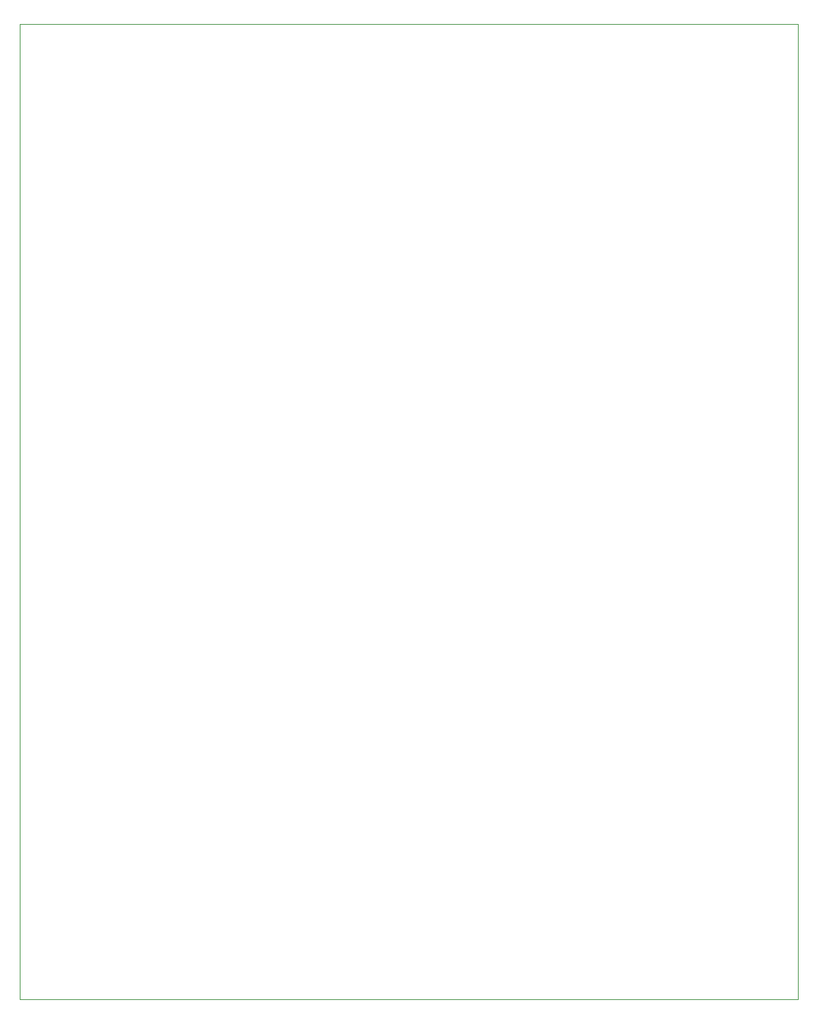
<source format=gm1>
%TF.GenerationSoftware,KiCad,Pcbnew,(5.1.10)-1*%
%TF.CreationDate,2022-07-03T20:16:09+06:00*%
%TF.ProjectId,CM3_IO_Board,434d335f-494f-45f4-926f-6172642e6b69,rev?*%
%TF.SameCoordinates,Original*%
%TF.FileFunction,Profile,NP*%
%FSLAX46Y46*%
G04 Gerber Fmt 4.6, Leading zero omitted, Abs format (unit mm)*
G04 Created by KiCad (PCBNEW (5.1.10)-1) date 2022-07-03 20:16:09*
%MOMM*%
%LPD*%
G01*
G04 APERTURE LIST*
%TA.AperFunction,Profile*%
%ADD10C,0.050000*%
%TD*%
G04 APERTURE END LIST*
D10*
X137160000Y-31750000D02*
X137160000Y-148590000D01*
X136220000Y-31750000D02*
X137160000Y-31750000D01*
X43910000Y-148590000D02*
X43880000Y-31750000D01*
X44450000Y-148590000D02*
X43910000Y-148590000D01*
X137160000Y-148590000D02*
X44450000Y-148590000D01*
X43880000Y-31750000D02*
X136220000Y-31750000D01*
M02*

</source>
